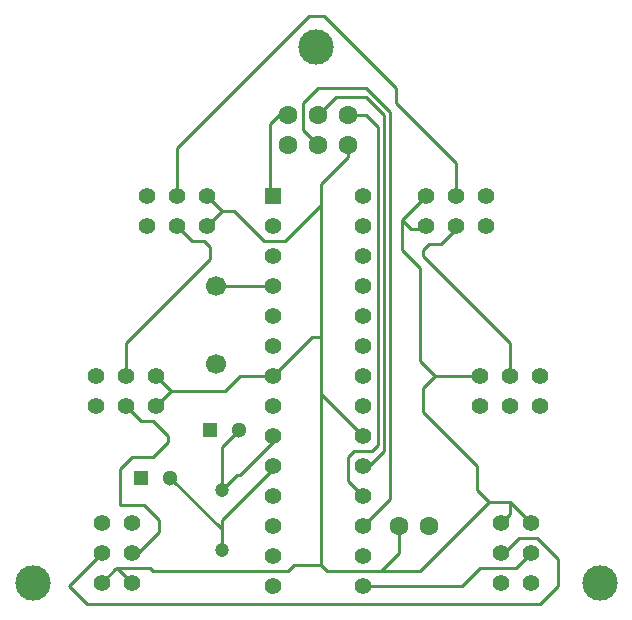
<source format=gtl>
G04 #@! TF.FileFunction,Copper,L1,Top,Signal*
%FSLAX46Y46*%
G04 Gerber Fmt 4.6, Leading zero omitted, Abs format (unit mm)*
G04 Created by KiCad (PCBNEW 4.0.0-rc2-stable) date Sat 14 Nov 2015 14:56:29 GMT*
%MOMM*%
G01*
G04 APERTURE LIST*
%ADD10C,0.100000*%
%ADD11C,1.400000*%
%ADD12R,1.300000X1.300000*%
%ADD13C,1.300000*%
%ADD14C,1.600000*%
%ADD15C,1.200000*%
%ADD16C,1.397000*%
%ADD17R,1.397000X1.397000*%
%ADD18C,2.999740*%
%ADD19C,1.700000*%
%ADD20C,0.250000*%
G04 APERTURE END LIST*
D10*
D11*
X166624000Y-122301000D03*
X166624000Y-119761000D03*
X166624000Y-117221000D03*
X164084000Y-122301000D03*
X164084000Y-119761000D03*
X164084000Y-117221000D03*
D12*
X139446000Y-109347000D03*
D13*
X141946000Y-109347000D03*
D12*
X133604000Y-113411000D03*
D13*
X136104000Y-113411000D03*
D14*
X157988000Y-117475000D03*
X155448000Y-117475000D03*
D15*
X140462000Y-119507000D03*
X140462000Y-114427000D03*
D16*
X144780000Y-92075000D03*
X144780000Y-94615000D03*
X144780000Y-97155000D03*
X144780000Y-99695000D03*
X144780000Y-102235000D03*
X144780000Y-104775000D03*
X144780000Y-107315000D03*
X144780000Y-109855000D03*
X144780000Y-112395000D03*
X144780000Y-114935000D03*
X144780000Y-117475000D03*
X144780000Y-120015000D03*
X144780000Y-122555000D03*
D17*
X144780000Y-89535000D03*
D16*
X152400000Y-122555000D03*
X152400000Y-120015000D03*
X152400000Y-117475000D03*
X152400000Y-114935000D03*
X152400000Y-112395000D03*
X152400000Y-109855000D03*
X152400000Y-107315000D03*
X152400000Y-104775000D03*
X152400000Y-102235000D03*
X152400000Y-99695000D03*
X152400000Y-97155000D03*
X152400000Y-94615000D03*
X152400000Y-92075000D03*
X152400000Y-89535000D03*
D11*
X130302000Y-117221000D03*
X130302000Y-119761000D03*
X130302000Y-122301000D03*
X132842000Y-117221000D03*
X132842000Y-119761000D03*
X132842000Y-122301000D03*
X129794000Y-107315000D03*
X132334000Y-107315000D03*
X134874000Y-107315000D03*
X129794000Y-104775000D03*
X132334000Y-104775000D03*
X134874000Y-104775000D03*
X134112000Y-92075000D03*
X136652000Y-92075000D03*
X139192000Y-92075000D03*
X134112000Y-89535000D03*
X136652000Y-89535000D03*
X139192000Y-89535000D03*
X162814000Y-89535000D03*
X160274000Y-89535000D03*
X157734000Y-89535000D03*
X162814000Y-92075000D03*
X160274000Y-92075000D03*
X157734000Y-92075000D03*
X167386000Y-104775000D03*
X164846000Y-104775000D03*
X162306000Y-104775000D03*
X167386000Y-107315000D03*
X164846000Y-107315000D03*
X162306000Y-107315000D03*
D14*
X151130000Y-85217000D03*
X148590000Y-85217000D03*
X148590000Y-82677000D03*
X151130000Y-82677000D03*
X146050000Y-85217000D03*
X146050000Y-82677000D03*
D18*
X124460000Y-122301000D03*
X172466000Y-122301000D03*
X148463000Y-76962000D03*
D19*
X139954000Y-97155000D03*
X139954000Y-103759000D03*
D20*
X166624000Y-122301000D02*
X166624000Y-122174000D01*
X164084000Y-122301000D02*
X164084000Y-122174000D01*
X140462000Y-114427000D02*
X140462000Y-110831000D01*
X140462000Y-110831000D02*
X141946000Y-109347000D01*
X144780000Y-109855000D02*
X144780000Y-110363000D01*
X144780000Y-110363000D02*
X141986000Y-113157000D01*
X141986000Y-113157000D02*
X141732000Y-113157000D01*
X141732000Y-113157000D02*
X140462000Y-114427000D01*
X144780000Y-112395000D02*
X144780000Y-112649000D01*
X144780000Y-112649000D02*
X140462000Y-116967000D01*
X140462000Y-116967000D02*
X140462000Y-117769000D01*
X140462000Y-119507000D02*
X140462000Y-117769000D01*
X140462000Y-117769000D02*
X136104000Y-113411000D01*
X155702000Y-91567000D02*
X156464000Y-92329000D01*
X156464000Y-92329000D02*
X157480000Y-92329000D01*
X157480000Y-92329000D02*
X157734000Y-92075000D01*
X158496000Y-104775000D02*
X157226000Y-103505000D01*
X155702000Y-91567000D02*
X157734000Y-89535000D01*
X155702000Y-94107000D02*
X155702000Y-91567000D01*
X157226000Y-95631000D02*
X155702000Y-94107000D01*
X157226000Y-103505000D02*
X157226000Y-95631000D01*
X163068000Y-115443000D02*
X162052000Y-114427000D01*
X158496000Y-104775000D02*
X162306000Y-104775000D01*
X157480000Y-105791000D02*
X158496000Y-104775000D01*
X157480000Y-107823000D02*
X157480000Y-105791000D01*
X162052000Y-112395000D02*
X157480000Y-107823000D01*
X162052000Y-114427000D02*
X162052000Y-112395000D01*
X151130000Y-85217000D02*
X151130000Y-86233000D01*
X151130000Y-86233000D02*
X148844000Y-88519000D01*
X155448000Y-117475000D02*
X155448000Y-119761000D01*
X155448000Y-119761000D02*
X153924000Y-121285000D01*
X140462000Y-90805000D02*
X139192000Y-92075000D01*
X148844000Y-88519000D02*
X148844000Y-90297000D01*
X140462000Y-90805000D02*
X139192000Y-89535000D01*
X141478000Y-90805000D02*
X140462000Y-90805000D01*
X144018000Y-93345000D02*
X141478000Y-90805000D01*
X145796000Y-93345000D02*
X144018000Y-93345000D01*
X148844000Y-90297000D02*
X145796000Y-93345000D01*
X136144000Y-106045000D02*
X134874000Y-107315000D01*
X144780000Y-104775000D02*
X141986000Y-104775000D01*
X136144000Y-106045000D02*
X134874000Y-104775000D01*
X140716000Y-106045000D02*
X136144000Y-106045000D01*
X141986000Y-104775000D02*
X140716000Y-106045000D01*
X148844000Y-101473000D02*
X148082000Y-101473000D01*
X148082000Y-101473000D02*
X144780000Y-104775000D01*
X131445000Y-121158000D02*
X131699000Y-121158000D01*
X131699000Y-121158000D02*
X132842000Y-122301000D01*
X148844000Y-120777000D02*
X146558000Y-120777000D01*
X131572000Y-121031000D02*
X131445000Y-121158000D01*
X131445000Y-121158000D02*
X130302000Y-122301000D01*
X134366000Y-121031000D02*
X131572000Y-121031000D01*
X134620000Y-121285000D02*
X134366000Y-121031000D01*
X146050000Y-121285000D02*
X134620000Y-121285000D01*
X146558000Y-120777000D02*
X146050000Y-121285000D01*
X164846000Y-115443000D02*
X164846000Y-116459000D01*
X164846000Y-116459000D02*
X164084000Y-117221000D01*
X148844000Y-106299000D02*
X148844000Y-120777000D01*
X164846000Y-115443000D02*
X166624000Y-117221000D01*
X163068000Y-115443000D02*
X164846000Y-115443000D01*
X157226000Y-121285000D02*
X163068000Y-115443000D01*
X149352000Y-121285000D02*
X153924000Y-121285000D01*
X153924000Y-121285000D02*
X157226000Y-121285000D01*
X148844000Y-120777000D02*
X149352000Y-121285000D01*
X148844000Y-88519000D02*
X148844000Y-101473000D01*
X148844000Y-101473000D02*
X148844000Y-106299000D01*
X148844000Y-106299000D02*
X152400000Y-109855000D01*
X152400000Y-109855000D02*
X151892000Y-109855000D01*
X148590000Y-85217000D02*
X147320000Y-83947000D01*
X154686000Y-115189000D02*
X152400000Y-117475000D01*
X154686000Y-82423000D02*
X154686000Y-115189000D01*
X152654000Y-80391000D02*
X154686000Y-82423000D01*
X148590000Y-80391000D02*
X152654000Y-80391000D01*
X147320000Y-81661000D02*
X148590000Y-80391000D01*
X147320000Y-83947000D02*
X147320000Y-81661000D01*
X152400000Y-112395000D02*
X152908000Y-112395000D01*
X152908000Y-112395000D02*
X154178000Y-111125000D01*
X154178000Y-111125000D02*
X154178000Y-82677000D01*
X154178000Y-82677000D02*
X152654000Y-81153000D01*
X152654000Y-81153000D02*
X150114000Y-81153000D01*
X150114000Y-81153000D02*
X148590000Y-82677000D01*
X151130000Y-82677000D02*
X152654000Y-82677000D01*
X151130000Y-113665000D02*
X152400000Y-114935000D01*
X151130000Y-111633000D02*
X151130000Y-113665000D01*
X151638000Y-111125000D02*
X151130000Y-111633000D01*
X153162000Y-111125000D02*
X151638000Y-111125000D01*
X153670000Y-110617000D02*
X153162000Y-111125000D01*
X153670000Y-83693000D02*
X153670000Y-110617000D01*
X152654000Y-82677000D02*
X153670000Y-83693000D01*
X146050000Y-82677000D02*
X145288000Y-82677000D01*
X145288000Y-82677000D02*
X144526000Y-83439000D01*
X144526000Y-83439000D02*
X144526000Y-89281000D01*
X144526000Y-89281000D02*
X144780000Y-89535000D01*
X144780000Y-97155000D02*
X139954000Y-97155000D01*
X144526000Y-122301000D02*
X144526000Y-123063000D01*
X152400000Y-122555000D02*
X160782000Y-122555000D01*
X165354000Y-121031000D02*
X166624000Y-119761000D01*
X162306000Y-121031000D02*
X165354000Y-121031000D01*
X160782000Y-122555000D02*
X162306000Y-121031000D01*
X164084000Y-119761000D02*
X164338000Y-119761000D01*
X164338000Y-119761000D02*
X165608000Y-118491000D01*
X165608000Y-118491000D02*
X167132000Y-118491000D01*
X167132000Y-118491000D02*
X168910000Y-120269000D01*
X168910000Y-120269000D02*
X168910000Y-122555000D01*
X168910000Y-122555000D02*
X167386000Y-124079000D01*
X167386000Y-124079000D02*
X129032000Y-124079000D01*
X129032000Y-124079000D02*
X127508000Y-122555000D01*
X127508000Y-122555000D02*
X130302000Y-119761000D01*
X132842000Y-119761000D02*
X133350000Y-119761000D01*
X133350000Y-119761000D02*
X135128000Y-117983000D01*
X133604000Y-108585000D02*
X132334000Y-107315000D01*
X134620000Y-108585000D02*
X133604000Y-108585000D01*
X135890000Y-109855000D02*
X134620000Y-108585000D01*
X135890000Y-110363000D02*
X135890000Y-109855000D01*
X134620000Y-111633000D02*
X135890000Y-110363000D01*
X132842000Y-111633000D02*
X134620000Y-111633000D01*
X131826000Y-112649000D02*
X132842000Y-111633000D01*
X131826000Y-115697000D02*
X131826000Y-112649000D01*
X133858000Y-115697000D02*
X131826000Y-115697000D01*
X135128000Y-116967000D02*
X133858000Y-115697000D01*
X135128000Y-117983000D02*
X135128000Y-116967000D01*
X132842000Y-119761000D02*
X133096000Y-119761000D01*
X132334000Y-104775000D02*
X132334000Y-101981000D01*
X137922000Y-93345000D02*
X136652000Y-92075000D01*
X138938000Y-93345000D02*
X137922000Y-93345000D01*
X139446000Y-93853000D02*
X138938000Y-93345000D01*
X139446000Y-94869000D02*
X139446000Y-93853000D01*
X132334000Y-101981000D02*
X139446000Y-94869000D01*
X136652000Y-89535000D02*
X136652000Y-85471000D01*
X160274000Y-86741000D02*
X160274000Y-89535000D01*
X155194000Y-81661000D02*
X160274000Y-86741000D01*
X155194000Y-80391000D02*
X155194000Y-81661000D01*
X149098000Y-74295000D02*
X155194000Y-80391000D01*
X147828000Y-74295000D02*
X149098000Y-74295000D01*
X136652000Y-85471000D02*
X147828000Y-74295000D01*
X160274000Y-92075000D02*
X160274000Y-92329000D01*
X160274000Y-92329000D02*
X159004000Y-93599000D01*
X159004000Y-93599000D02*
X157988000Y-93599000D01*
X157988000Y-93599000D02*
X157480000Y-94107000D01*
X157480000Y-94107000D02*
X157480000Y-94615000D01*
X157480000Y-94615000D02*
X164846000Y-101981000D01*
X164846000Y-101981000D02*
X164846000Y-104775000D01*
M02*

</source>
